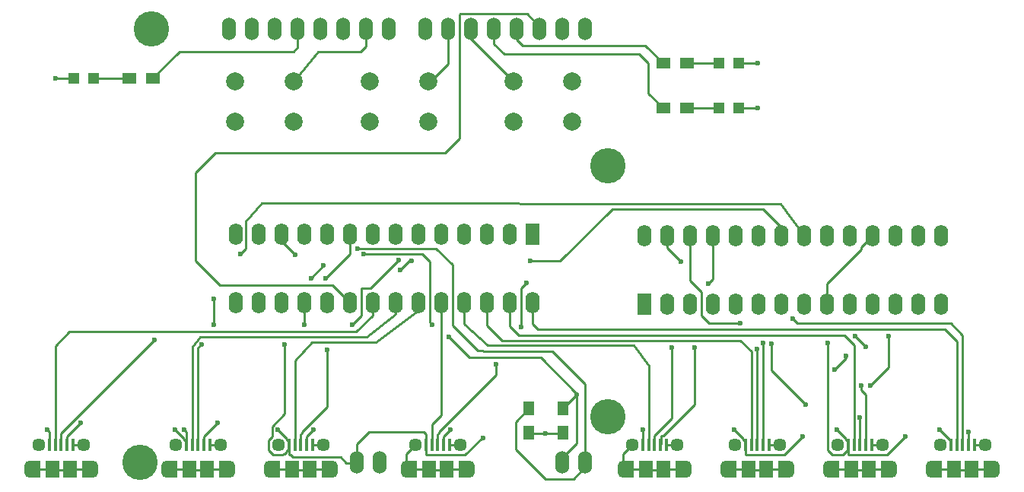
<source format=gbr>
G04 #@! TF.FileFunction,Copper,L1,Top,Signal*
%FSLAX46Y46*%
G04 Gerber Fmt 4.6, Leading zero omitted, Abs format (unit mm)*
G04 Created by KiCad (PCBNEW 4.0.7) date 09/05/17 21:12:23*
%MOMM*%
%LPD*%
G01*
G04 APERTURE LIST*
%ADD10C,0.100000*%
%ADD11O,1.524000X2.540000*%
%ADD12C,3.937000*%
%ADD13R,1.200000X1.200000*%
%ADD14R,1.500000X1.900000*%
%ADD15C,1.450000*%
%ADD16R,0.400000X1.350000*%
%ADD17O,1.200000X1.900000*%
%ADD18R,1.200000X1.900000*%
%ADD19R,1.300000X1.500000*%
%ADD20R,1.500000X1.300000*%
%ADD21C,2.000000*%
%ADD22R,1.600000X2.400000*%
%ADD23O,1.600000X2.400000*%
%ADD24C,0.600000*%
%ADD25C,0.250000*%
G04 APERTURE END LIST*
D10*
D11*
X212001100Y-102463600D03*
X209461100Y-102463600D03*
X189141100Y-102463600D03*
X212001100Y-54203600D03*
X209461100Y-54203600D03*
X206921100Y-54203600D03*
X204381100Y-54203600D03*
X201841100Y-54203600D03*
X199301100Y-54203600D03*
X196761100Y-54203600D03*
X194221100Y-54203600D03*
X190157100Y-54203600D03*
X187617100Y-54203600D03*
X185077100Y-54203600D03*
X182537100Y-54203600D03*
X179997100Y-54203600D03*
X177457100Y-54203600D03*
X174917100Y-54203600D03*
X172377100Y-54203600D03*
X186601100Y-102463600D03*
D12*
X214541100Y-97383600D03*
X214541100Y-69443600D03*
X163741100Y-54203600D03*
X162471100Y-102463600D03*
D13*
X226900000Y-63000000D03*
X229100000Y-63000000D03*
X157310000Y-59690000D03*
X155110000Y-59690000D03*
X226900000Y-58000000D03*
X229100000Y-58000000D03*
D14*
X154670000Y-103220000D03*
D15*
X151170000Y-100520000D03*
D16*
X153020000Y-100520000D03*
X152370000Y-100520000D03*
X154970000Y-100520000D03*
X154320000Y-100520000D03*
X153670000Y-100520000D03*
D15*
X156170000Y-100520000D03*
D14*
X152670000Y-103220000D03*
D17*
X150170000Y-103220000D03*
X157170000Y-103220000D03*
D18*
X156570000Y-103220000D03*
X150770000Y-103220000D03*
D14*
X169910000Y-103220000D03*
D15*
X166410000Y-100520000D03*
D16*
X168260000Y-100520000D03*
X167610000Y-100520000D03*
X170210000Y-100520000D03*
X169560000Y-100520000D03*
X168910000Y-100520000D03*
D15*
X171410000Y-100520000D03*
D14*
X167910000Y-103220000D03*
D17*
X165410000Y-103220000D03*
X172410000Y-103220000D03*
D18*
X171810000Y-103220000D03*
X166010000Y-103220000D03*
D14*
X181340000Y-103220000D03*
D15*
X177840000Y-100520000D03*
D16*
X179690000Y-100520000D03*
X179040000Y-100520000D03*
X181640000Y-100520000D03*
X180990000Y-100520000D03*
X180340000Y-100520000D03*
D15*
X182840000Y-100520000D03*
D14*
X179340000Y-103220000D03*
D17*
X176840000Y-103220000D03*
X183840000Y-103220000D03*
D18*
X183240000Y-103220000D03*
X177440000Y-103220000D03*
D14*
X196580000Y-103220000D03*
D15*
X193080000Y-100520000D03*
D16*
X194930000Y-100520000D03*
X194280000Y-100520000D03*
X196880000Y-100520000D03*
X196230000Y-100520000D03*
X195580000Y-100520000D03*
D15*
X198080000Y-100520000D03*
D14*
X194580000Y-103220000D03*
D17*
X192080000Y-103220000D03*
X199080000Y-103220000D03*
D18*
X198480000Y-103220000D03*
X192680000Y-103220000D03*
D14*
X220710000Y-103220000D03*
D15*
X217210000Y-100520000D03*
D16*
X219060000Y-100520000D03*
X218410000Y-100520000D03*
X221010000Y-100520000D03*
X220360000Y-100520000D03*
X219710000Y-100520000D03*
D15*
X222210000Y-100520000D03*
D14*
X218710000Y-103220000D03*
D17*
X216210000Y-103220000D03*
X223210000Y-103220000D03*
D18*
X222610000Y-103220000D03*
X216810000Y-103220000D03*
D14*
X232140000Y-103220000D03*
D15*
X228640000Y-100520000D03*
D16*
X230490000Y-100520000D03*
X229840000Y-100520000D03*
X232440000Y-100520000D03*
X231790000Y-100520000D03*
X231140000Y-100520000D03*
D15*
X233640000Y-100520000D03*
D14*
X230140000Y-103220000D03*
D17*
X227640000Y-103220000D03*
X234640000Y-103220000D03*
D18*
X234040000Y-103220000D03*
X228240000Y-103220000D03*
D14*
X243570000Y-103220000D03*
D15*
X240070000Y-100520000D03*
D16*
X241920000Y-100520000D03*
X241270000Y-100520000D03*
X243870000Y-100520000D03*
X243220000Y-100520000D03*
X242570000Y-100520000D03*
D15*
X245070000Y-100520000D03*
D14*
X241570000Y-103220000D03*
D17*
X239070000Y-103220000D03*
X246070000Y-103220000D03*
D18*
X245470000Y-103220000D03*
X239670000Y-103220000D03*
D14*
X255000000Y-103220000D03*
D15*
X251500000Y-100520000D03*
D16*
X253350000Y-100520000D03*
X252700000Y-100520000D03*
X255300000Y-100520000D03*
X254650000Y-100520000D03*
X254000000Y-100520000D03*
D15*
X256500000Y-100520000D03*
D14*
X253000000Y-103220000D03*
D17*
X250500000Y-103220000D03*
X257500000Y-103220000D03*
D18*
X256900000Y-103220000D03*
X251100000Y-103220000D03*
D19*
X209550000Y-99140000D03*
X209550000Y-96440000D03*
X205740000Y-99140000D03*
X205740000Y-96440000D03*
D20*
X220650000Y-58000000D03*
X223350000Y-58000000D03*
X220650000Y-63000000D03*
X223350000Y-63000000D03*
X161210000Y-59690000D03*
X163910000Y-59690000D03*
D21*
X204000000Y-64500000D03*
X204000000Y-60000000D03*
X210500000Y-64500000D03*
X210500000Y-60000000D03*
X188000000Y-64500000D03*
X188000000Y-60000000D03*
X194500000Y-64500000D03*
X194500000Y-60000000D03*
X173000000Y-64500000D03*
X173000000Y-60000000D03*
X179500000Y-64500000D03*
X179500000Y-60000000D03*
D22*
X218600000Y-84800000D03*
D23*
X251620000Y-77180000D03*
X221140000Y-84800000D03*
X249080000Y-77180000D03*
X223680000Y-84800000D03*
X246540000Y-77180000D03*
X226220000Y-84800000D03*
X244000000Y-77180000D03*
X228760000Y-84800000D03*
X241460000Y-77180000D03*
X231300000Y-84800000D03*
X238920000Y-77180000D03*
X233840000Y-84800000D03*
X236380000Y-77180000D03*
X236380000Y-84800000D03*
X233840000Y-77180000D03*
X238920000Y-84800000D03*
X231300000Y-77180000D03*
X241460000Y-84800000D03*
X228760000Y-77180000D03*
X244000000Y-84800000D03*
X226220000Y-77180000D03*
X246540000Y-84800000D03*
X223680000Y-77180000D03*
X249080000Y-84800000D03*
X221140000Y-77180000D03*
X251620000Y-84800000D03*
X218600000Y-77180000D03*
D22*
X206100000Y-77000000D03*
D23*
X173080000Y-84620000D03*
X203560000Y-77000000D03*
X175620000Y-84620000D03*
X201020000Y-77000000D03*
X178160000Y-84620000D03*
X198480000Y-77000000D03*
X180700000Y-84620000D03*
X195940000Y-77000000D03*
X183240000Y-84620000D03*
X193400000Y-77000000D03*
X185780000Y-84620000D03*
X190860000Y-77000000D03*
X188320000Y-84620000D03*
X188320000Y-77000000D03*
X190860000Y-84620000D03*
X185780000Y-77000000D03*
X193400000Y-84620000D03*
X183240000Y-77000000D03*
X195940000Y-84620000D03*
X180700000Y-77000000D03*
X198480000Y-84620000D03*
X178160000Y-77000000D03*
X201020000Y-84620000D03*
X175620000Y-77000000D03*
X203560000Y-84620000D03*
X173080000Y-77000000D03*
X206100000Y-84620000D03*
D24*
X231200000Y-58000000D03*
X231200000Y-63000000D03*
X153000000Y-59700000D03*
X207580000Y-99180000D03*
X218430000Y-98800000D03*
X200660000Y-99695000D03*
X183134000Y-81915000D03*
X239014000Y-89154000D03*
X178562000Y-89281000D03*
X180721000Y-87122000D03*
X166370000Y-98806000D03*
X152146000Y-98806000D03*
X247650000Y-99568000D03*
X251460000Y-98806000D03*
X240030000Y-98806000D03*
X236220000Y-99568000D03*
X177800000Y-98806000D03*
X167386000Y-98806000D03*
X228600000Y-98806000D03*
X155829000Y-98044000D03*
X173609000Y-79248000D03*
X164084000Y-88773000D03*
X171069000Y-98044000D03*
X205867000Y-80010000D03*
X192659000Y-80010000D03*
X191389000Y-81026000D03*
X182880000Y-80518000D03*
X181483000Y-81915000D03*
X170688000Y-84201000D03*
X170688000Y-87122000D03*
X169291000Y-89281000D03*
X181737000Y-98806000D03*
X191260000Y-79920000D03*
X186055000Y-87122000D03*
X183261000Y-89916000D03*
X196977000Y-98806000D03*
X202050000Y-91520000D03*
X204851000Y-87376000D03*
X205486000Y-82423000D03*
X224155000Y-89662000D03*
X221615000Y-89662000D03*
X225679000Y-82550000D03*
X231775000Y-89154000D03*
X231130000Y-89810000D03*
X229240000Y-86910000D03*
X242697000Y-93853000D03*
X222620000Y-80080000D03*
X232710000Y-89200000D03*
X236510000Y-96020000D03*
X242570000Y-97430000D03*
X254640000Y-99020000D03*
X243205000Y-89535000D03*
X242062000Y-88392000D03*
X235060000Y-86460000D03*
X196790000Y-88450000D03*
X194950000Y-87090000D03*
X179700000Y-79320000D03*
X187290000Y-79240000D03*
X211074000Y-94869000D03*
X239776000Y-92075000D03*
X241046000Y-90551000D03*
X186660000Y-78610000D03*
X243713000Y-93853000D03*
X245745000Y-88392000D03*
D25*
X223350000Y-63000000D02*
X226900000Y-63000000D01*
X181640000Y-100520000D02*
X182840000Y-100520000D01*
X192080000Y-103220000D02*
X192080000Y-101520000D01*
X192080000Y-101520000D02*
X193080000Y-100520000D01*
X216210000Y-103220000D02*
X216210000Y-101520000D01*
X216210000Y-101520000D02*
X217210000Y-100520000D01*
X227640000Y-103220000D02*
X230140000Y-103220000D01*
X232140000Y-103220000D02*
X234040000Y-103220000D01*
X234040000Y-103220000D02*
X234640000Y-103220000D01*
X239070000Y-103220000D02*
X241570000Y-103220000D01*
X243570000Y-103220000D02*
X245470000Y-103220000D01*
X245470000Y-103220000D02*
X246070000Y-103220000D01*
X255000000Y-103220000D02*
X256900000Y-103220000D01*
X256900000Y-103220000D02*
X257500000Y-103220000D01*
X250500000Y-103220000D02*
X253000000Y-103220000D01*
X220710000Y-103220000D02*
X222610000Y-103220000D01*
X222610000Y-103220000D02*
X223210000Y-103220000D01*
X216210000Y-103220000D02*
X218710000Y-103220000D01*
X196580000Y-103220000D02*
X198480000Y-103220000D01*
X198480000Y-103220000D02*
X199080000Y-103220000D01*
X192080000Y-103220000D02*
X194580000Y-103220000D01*
X181340000Y-103220000D02*
X183240000Y-103220000D01*
X183240000Y-103220000D02*
X183840000Y-103220000D01*
X176840000Y-103220000D02*
X179340000Y-103220000D01*
X169910000Y-103220000D02*
X171810000Y-103220000D01*
X171810000Y-103220000D02*
X172410000Y-103220000D01*
X165410000Y-103220000D02*
X167910000Y-103220000D01*
X154670000Y-103220000D02*
X156570000Y-103220000D01*
X156570000Y-103220000D02*
X157170000Y-103220000D01*
X150170000Y-103220000D02*
X152670000Y-103220000D01*
X230140000Y-103220000D02*
X230124000Y-103251000D01*
X230124000Y-103251000D02*
X232156000Y-103251000D01*
X232156000Y-103251000D02*
X232140000Y-103220000D01*
X220710000Y-103220000D02*
X220726000Y-103251000D01*
X220726000Y-103251000D02*
X218694000Y-103251000D01*
X218694000Y-103251000D02*
X218710000Y-103220000D01*
X196580000Y-103220000D02*
X196596000Y-103251000D01*
X196596000Y-103251000D02*
X194564000Y-103251000D01*
X194564000Y-103251000D02*
X194580000Y-103220000D01*
X253000000Y-103220000D02*
X252984000Y-103251000D01*
X252984000Y-103251000D02*
X255016000Y-103251000D01*
X255016000Y-103251000D02*
X255000000Y-103220000D01*
X169910000Y-103220000D02*
X169926000Y-103251000D01*
X169926000Y-103251000D02*
X167894000Y-103251000D01*
X167894000Y-103251000D02*
X167910000Y-103220000D01*
X154670000Y-103220000D02*
X154686000Y-103251000D01*
X154686000Y-103251000D02*
X152654000Y-103251000D01*
X152654000Y-103251000D02*
X152670000Y-103220000D01*
X241570000Y-103220000D02*
X241554000Y-103251000D01*
X241554000Y-103251000D02*
X243586000Y-103251000D01*
X243586000Y-103251000D02*
X243570000Y-103220000D01*
X181340000Y-103220000D02*
X181356000Y-103251000D01*
X181356000Y-103251000D02*
X179324000Y-103251000D01*
X179324000Y-103251000D02*
X179340000Y-103220000D01*
X181640000Y-100520000D02*
X181610000Y-100457000D01*
X255300000Y-100520000D02*
X255270000Y-100457000D01*
X255270000Y-100457000D02*
X256540000Y-100457000D01*
X256540000Y-100457000D02*
X256500000Y-100520000D01*
X243870000Y-100520000D02*
X243840000Y-100457000D01*
X243840000Y-100457000D02*
X245110000Y-100457000D01*
X245110000Y-100457000D02*
X245070000Y-100520000D01*
X221010000Y-100520000D02*
X220980000Y-100457000D01*
X220980000Y-100457000D02*
X222250000Y-100457000D01*
X222250000Y-100457000D02*
X222210000Y-100520000D01*
X196880000Y-100520000D02*
X196850000Y-100457000D01*
X196850000Y-100457000D02*
X198120000Y-100457000D01*
X198120000Y-100457000D02*
X198080000Y-100520000D01*
X170210000Y-100520000D02*
X170180000Y-100457000D01*
X170180000Y-100457000D02*
X171450000Y-100457000D01*
X171450000Y-100457000D02*
X171410000Y-100520000D01*
X232440000Y-100520000D02*
X232410000Y-100457000D01*
X232410000Y-100457000D02*
X233680000Y-100457000D01*
X233680000Y-100457000D02*
X233640000Y-100520000D01*
X154970000Y-100520000D02*
X154940000Y-100457000D01*
X154940000Y-100457000D02*
X156210000Y-100457000D01*
X156210000Y-100457000D02*
X156170000Y-100520000D01*
X229100000Y-58000000D02*
X231200000Y-58000000D01*
X229100000Y-63000000D02*
X231200000Y-63000000D01*
X155110000Y-59690000D02*
X153010000Y-59690000D01*
X153010000Y-59690000D02*
X153000000Y-59700000D01*
X161210000Y-59690000D02*
X157310000Y-59690000D01*
X223350000Y-58000000D02*
X226900000Y-58000000D01*
X188320000Y-84620000D02*
X188320000Y-86080000D01*
X153020000Y-89480000D02*
X153020000Y-100520000D01*
X154600000Y-87900000D02*
X153020000Y-89480000D01*
X186500000Y-87900000D02*
X154600000Y-87900000D01*
X188320000Y-86080000D02*
X186500000Y-87900000D01*
X194280000Y-100520000D02*
X194280000Y-99300000D01*
X186601100Y-100378900D02*
X186601100Y-102463600D01*
X187930000Y-99050000D02*
X186601100Y-100378900D01*
X194030000Y-99050000D02*
X187930000Y-99050000D01*
X194280000Y-99300000D02*
X194030000Y-99050000D01*
X207587000Y-99187000D02*
X207683000Y-99187000D01*
X207580000Y-99180000D02*
X207587000Y-99187000D01*
X218430000Y-98800000D02*
X218440000Y-99060000D01*
X218440000Y-99060000D02*
X218440000Y-100457000D01*
X200660000Y-99695000D02*
X200533000Y-99695000D01*
X200533000Y-99695000D02*
X198628000Y-101600000D01*
X198628000Y-101600000D02*
X194310000Y-101600000D01*
X194310000Y-100457000D02*
X194310000Y-101600000D01*
X183134000Y-81915000D02*
X185801000Y-79248000D01*
X185801000Y-79248000D02*
X185801000Y-76962000D01*
X185801000Y-76962000D02*
X185780000Y-77000000D01*
X244000000Y-77180000D02*
X243967000Y-77216000D01*
X243967000Y-77216000D02*
X242697000Y-78486000D01*
X242697000Y-78486000D02*
X242697000Y-78740000D01*
X242697000Y-78740000D02*
X238887000Y-82550000D01*
X238887000Y-82550000D02*
X238887000Y-84836000D01*
X238887000Y-84836000D02*
X238920000Y-84800000D01*
X218410000Y-100520000D02*
X218440000Y-100457000D01*
X218440000Y-100457000D02*
X218313000Y-100330000D01*
X218313000Y-100330000D02*
X218313000Y-100076000D01*
X194310000Y-100457000D02*
X194280000Y-100520000D01*
X239014000Y-89154000D02*
X239014000Y-101092000D01*
X239014000Y-101092000D02*
X239522000Y-101600000D01*
X239522000Y-101600000D02*
X240665000Y-101600000D01*
X240665000Y-101600000D02*
X241300000Y-100965000D01*
X241300000Y-100965000D02*
X241300000Y-100457000D01*
X241300000Y-100457000D02*
X241270000Y-100520000D01*
X179040000Y-100520000D02*
X179070000Y-100457000D01*
X179070000Y-100457000D02*
X178943000Y-100584000D01*
X178943000Y-100584000D02*
X178943000Y-100965000D01*
X178943000Y-100965000D02*
X178816000Y-101092000D01*
X178816000Y-101092000D02*
X178816000Y-101219000D01*
X178816000Y-101219000D02*
X178562000Y-101473000D01*
X178562000Y-101473000D02*
X178435000Y-101473000D01*
X178435000Y-101473000D02*
X178308000Y-101600000D01*
X178308000Y-101600000D02*
X177292000Y-101600000D01*
X177292000Y-101600000D02*
X176784000Y-101092000D01*
X176784000Y-101092000D02*
X176784000Y-99949000D01*
X176784000Y-99949000D02*
X177165000Y-99568000D01*
X177165000Y-99568000D02*
X177165000Y-98425000D01*
X177165000Y-98425000D02*
X178562000Y-97028000D01*
X178562000Y-97028000D02*
X178562000Y-89281000D01*
X180721000Y-87122000D02*
X180721000Y-84582000D01*
X180721000Y-84582000D02*
X180700000Y-84620000D01*
X167610000Y-100520000D02*
X167640000Y-100457000D01*
X167640000Y-100457000D02*
X167513000Y-100330000D01*
X167513000Y-100330000D02*
X167513000Y-100076000D01*
X167513000Y-100076000D02*
X167386000Y-99949000D01*
X167386000Y-99949000D02*
X167386000Y-99822000D01*
X167386000Y-99822000D02*
X166370000Y-98806000D01*
X152146000Y-98806000D02*
X152400000Y-99060000D01*
X152400000Y-99060000D02*
X152400000Y-100457000D01*
X152400000Y-100457000D02*
X152370000Y-100520000D01*
X194280000Y-100520000D02*
X194310000Y-100457000D01*
X194310000Y-100457000D02*
X194183000Y-100330000D01*
X194183000Y-100330000D02*
X194183000Y-100076000D01*
X186601100Y-102463600D02*
X186563000Y-102489000D01*
X186563000Y-102489000D02*
X185420000Y-102489000D01*
X185420000Y-102489000D02*
X184785000Y-101854000D01*
X184785000Y-101854000D02*
X179451000Y-101854000D01*
X179451000Y-101854000D02*
X179197000Y-101600000D01*
X179197000Y-101600000D02*
X179070000Y-101600000D01*
X179070000Y-101600000D02*
X179070000Y-100457000D01*
X179070000Y-100457000D02*
X179040000Y-100520000D01*
X241270000Y-100520000D02*
X241300000Y-100457000D01*
X241300000Y-100457000D02*
X241300000Y-101600000D01*
X241300000Y-101600000D02*
X245618000Y-101600000D01*
X245618000Y-101600000D02*
X247650000Y-99568000D01*
X251460000Y-98806000D02*
X252730000Y-100076000D01*
X252730000Y-100076000D02*
X252730000Y-100457000D01*
X252730000Y-100457000D02*
X252700000Y-100520000D01*
X241270000Y-100520000D02*
X241300000Y-100457000D01*
X241300000Y-100457000D02*
X241173000Y-100330000D01*
X241173000Y-100330000D02*
X241173000Y-100076000D01*
X241173000Y-100076000D02*
X241046000Y-99949000D01*
X241046000Y-99949000D02*
X241046000Y-99822000D01*
X241046000Y-99822000D02*
X240030000Y-98806000D01*
X236220000Y-99568000D02*
X234188000Y-101600000D01*
X234188000Y-101600000D02*
X229870000Y-101600000D01*
X229870000Y-101600000D02*
X229870000Y-100457000D01*
X229870000Y-100457000D02*
X229840000Y-100520000D01*
X179040000Y-100520000D02*
X179070000Y-100457000D01*
X179070000Y-100457000D02*
X178943000Y-100330000D01*
X178943000Y-100330000D02*
X178943000Y-100076000D01*
X178943000Y-100076000D02*
X178816000Y-99949000D01*
X178816000Y-99949000D02*
X178816000Y-99822000D01*
X178816000Y-99822000D02*
X177800000Y-98806000D01*
X167386000Y-98806000D02*
X167640000Y-99060000D01*
X167640000Y-99060000D02*
X167640000Y-100457000D01*
X167640000Y-100457000D02*
X167610000Y-100520000D01*
X229840000Y-100520000D02*
X229870000Y-100457000D01*
X229870000Y-100457000D02*
X229743000Y-100330000D01*
X229743000Y-100330000D02*
X229743000Y-100076000D01*
X229743000Y-100076000D02*
X229616000Y-99949000D01*
X229616000Y-99822000D02*
X228600000Y-98806000D01*
X229616000Y-99949000D02*
X229616000Y-99822000D01*
X218440000Y-100457000D02*
X218410000Y-100520000D01*
X209550000Y-99140000D02*
X209550000Y-99187000D01*
X209550000Y-99187000D02*
X207683000Y-99187000D01*
X207683000Y-99187000D02*
X205740000Y-99187000D01*
X205740000Y-99187000D02*
X205740000Y-99140000D01*
X155829000Y-98044000D02*
X154305000Y-99568000D01*
X154305000Y-99568000D02*
X154305000Y-100457000D01*
X154305000Y-100457000D02*
X154320000Y-100520000D01*
X175960036Y-73599257D02*
X233754500Y-73650000D01*
X233754500Y-73650000D02*
X236380000Y-77180000D01*
X175965536Y-73593757D02*
X175960036Y-73599257D01*
X175960036Y-73599257D02*
X174244000Y-75565000D01*
X174244000Y-75565000D02*
X174244000Y-78613000D01*
X174244000Y-78613000D02*
X173609000Y-79248000D01*
X164084000Y-88773000D02*
X153670000Y-99187000D01*
X153670000Y-99187000D02*
X153670000Y-100520000D01*
X190860000Y-84620000D02*
X190860000Y-85940000D01*
X168260000Y-89540000D02*
X168260000Y-100520000D01*
X169100000Y-88500000D02*
X168260000Y-89540000D01*
X187700000Y-88500000D02*
X169100000Y-88500000D01*
X190860000Y-85940000D02*
X187700000Y-88500000D01*
X171069000Y-98044000D02*
X169545000Y-99568000D01*
X169545000Y-99568000D02*
X169545000Y-100457000D01*
X169545000Y-100457000D02*
X169560000Y-100520000D01*
X233840000Y-77180000D02*
X233840000Y-76300000D01*
X233840000Y-76300000D02*
X231750000Y-74210000D01*
X209180000Y-80010000D02*
X205867000Y-80010000D01*
X214980000Y-74210000D02*
X209180000Y-80010000D01*
X231750000Y-74210000D02*
X214980000Y-74210000D01*
X192659000Y-80010000D02*
X192405000Y-80010000D01*
X192405000Y-80010000D02*
X191389000Y-81026000D01*
X182880000Y-80518000D02*
X181483000Y-81915000D01*
X170688000Y-84201000D02*
X170688000Y-87122000D01*
X169291000Y-89281000D02*
X168910000Y-89662000D01*
X168910000Y-89662000D02*
X168910000Y-100520000D01*
X193400000Y-84620000D02*
X193400000Y-85500000D01*
X193400000Y-85500000D02*
X188700000Y-89100000D01*
X188700000Y-89100000D02*
X181540000Y-89100000D01*
X181540000Y-89100000D02*
X179690000Y-91110000D01*
X179690000Y-91110000D02*
X179690000Y-100520000D01*
X181737000Y-98806000D02*
X180975000Y-99568000D01*
X180975000Y-99568000D02*
X180975000Y-100457000D01*
X180975000Y-100457000D02*
X180990000Y-100520000D01*
X180340000Y-100520000D02*
X180340000Y-99314000D01*
X188087000Y-83058000D02*
X191260000Y-79920000D01*
X187071000Y-83058000D02*
X188087000Y-83058000D01*
X187071000Y-86106000D02*
X187071000Y-83058000D01*
X186055000Y-87122000D02*
X187071000Y-86106000D01*
X183261000Y-96266000D02*
X183261000Y-89916000D01*
X180467000Y-99060000D02*
X183261000Y-96266000D01*
X180467000Y-99187000D02*
X180467000Y-99060000D01*
X180340000Y-99314000D02*
X180467000Y-99187000D01*
X195940000Y-84620000D02*
X195940000Y-97160000D01*
X194930000Y-98170000D02*
X194930000Y-100520000D01*
X195940000Y-97160000D02*
X194930000Y-98170000D01*
X196977000Y-98806000D02*
X196215000Y-99568000D01*
X196215000Y-99568000D02*
X196215000Y-100457000D01*
X196215000Y-100457000D02*
X196230000Y-100520000D01*
X202057000Y-92710000D02*
X202050000Y-91520000D01*
X195580000Y-100520000D02*
X195580000Y-99314000D01*
X195580000Y-99314000D02*
X195707000Y-99187000D01*
X195707000Y-99187000D02*
X195707000Y-99060000D01*
X195707000Y-99060000D02*
X202057000Y-92710000D01*
X204851000Y-87376000D02*
X204851000Y-83058000D01*
X204851000Y-83058000D02*
X205486000Y-82423000D01*
X198480000Y-84230000D02*
X198480000Y-86990000D01*
X219060000Y-91660000D02*
X219060000Y-100520000D01*
X217400000Y-89400000D02*
X219060000Y-91660000D01*
X201100000Y-89400000D02*
X217400000Y-89400000D01*
X198480000Y-86990000D02*
X201100000Y-89400000D01*
X220360000Y-100520000D02*
X220345000Y-100457000D01*
X220345000Y-100457000D02*
X220472000Y-100330000D01*
X220472000Y-100330000D02*
X220472000Y-99441000D01*
X220472000Y-99441000D02*
X220726000Y-99441000D01*
X220726000Y-99441000D02*
X224155000Y-96012000D01*
X224155000Y-96012000D02*
X224155000Y-89662000D01*
X219710000Y-100520000D02*
X219710000Y-99441000D01*
X219710000Y-99441000D02*
X221615000Y-97536000D01*
X221615000Y-97536000D02*
X221615000Y-89662000D01*
X225679000Y-82550000D02*
X226187000Y-82042000D01*
X226187000Y-82042000D02*
X226187000Y-77216000D01*
X226187000Y-77216000D02*
X226220000Y-77180000D01*
X201020000Y-84620000D02*
X201020000Y-87180000D01*
X230490000Y-90090000D02*
X230490000Y-100520000D01*
X229260000Y-88860000D02*
X230490000Y-90090000D01*
X202700000Y-88860000D02*
X229260000Y-88860000D01*
X201020000Y-87180000D02*
X202700000Y-88860000D01*
X231775000Y-89154000D02*
X231775000Y-100457000D01*
X231775000Y-100457000D02*
X231790000Y-100520000D01*
X223680000Y-77180000D02*
X223680000Y-82210000D01*
X231140000Y-89820000D02*
X231140000Y-100520000D01*
X231130000Y-89810000D02*
X231140000Y-89820000D01*
X225730000Y-86910000D02*
X229240000Y-86910000D01*
X224920000Y-86100000D02*
X225730000Y-86910000D01*
X224920000Y-83450000D02*
X224920000Y-86100000D01*
X223680000Y-82210000D02*
X224920000Y-83450000D01*
X203560000Y-84620000D02*
X203560000Y-87260000D01*
X241920000Y-89420000D02*
X241920000Y-100520000D01*
X240800000Y-88300000D02*
X241920000Y-89420000D01*
X204600000Y-88300000D02*
X240800000Y-88300000D01*
X203560000Y-87260000D02*
X204600000Y-88300000D01*
X243220000Y-100520000D02*
X243205000Y-100457000D01*
X243205000Y-100457000D02*
X243198000Y-94938000D01*
X243198000Y-94938000D02*
X242690000Y-94430000D01*
X242690000Y-94430000D02*
X242697000Y-93853000D01*
X242570000Y-100520000D02*
X242570000Y-97430000D01*
X221140000Y-78600000D02*
X221140000Y-77180000D01*
X222620000Y-80080000D02*
X221140000Y-78600000D01*
X232710000Y-92220000D02*
X232710000Y-89200000D01*
X236510000Y-96020000D02*
X232710000Y-92220000D01*
X206100000Y-84620000D02*
X206100000Y-87000000D01*
X253350000Y-88950000D02*
X253350000Y-100520000D01*
X252000000Y-87600000D02*
X253350000Y-88950000D01*
X206700000Y-87600000D02*
X252000000Y-87600000D01*
X206100000Y-87000000D02*
X206700000Y-87600000D01*
X254650000Y-100520000D02*
X254635000Y-100457000D01*
X254635000Y-100457000D02*
X254635000Y-99441000D01*
X254635000Y-99441000D02*
X254640000Y-99147000D01*
X254640000Y-99147000D02*
X254640000Y-99020000D01*
X243205000Y-89535000D02*
X242062000Y-88392000D01*
X254000000Y-88310000D02*
X254000000Y-100520000D01*
X252660000Y-86970000D02*
X254000000Y-88310000D01*
X235570000Y-86970000D02*
X252660000Y-86970000D01*
X235060000Y-86460000D02*
X235570000Y-86970000D01*
X254000000Y-100520000D02*
X254000000Y-97470000D01*
X254000000Y-97470000D02*
X253990000Y-97460000D01*
X218600000Y-77180000D02*
X218567000Y-77216000D01*
X193810000Y-79220000D02*
X187310000Y-79220000D01*
X211074000Y-94794000D02*
X207060000Y-90780000D01*
X207060000Y-90780000D02*
X199120000Y-90780000D01*
X199120000Y-90780000D02*
X196790000Y-88450000D01*
X194950000Y-87090000D02*
X194690000Y-86830000D01*
X194690000Y-86830000D02*
X194690000Y-80100000D01*
X194690000Y-80100000D02*
X193810000Y-79220000D01*
X211074000Y-94869000D02*
X211074000Y-94794000D01*
X179700000Y-79320000D02*
X178160000Y-77780000D01*
X187310000Y-79220000D02*
X187290000Y-79240000D01*
X178160000Y-77780000D02*
X178160000Y-77000000D01*
X209461100Y-102463600D02*
X209461100Y-101908900D01*
X209461100Y-101908900D02*
X211074000Y-100296000D01*
X211074000Y-100296000D02*
X211074000Y-94869000D01*
X178160000Y-77000000D02*
X178181000Y-76962000D01*
X209550000Y-96393000D02*
X209550000Y-96440000D01*
X209550000Y-96440000D02*
X209550000Y-96393000D01*
X209550000Y-96393000D02*
X211074000Y-94869000D01*
X239776000Y-92075000D02*
X241046000Y-90805000D01*
X241046000Y-90805000D02*
X241046000Y-90551000D01*
X209550000Y-96440000D02*
X209550000Y-96393000D01*
X209423000Y-102489000D02*
X209461100Y-102463600D01*
X212001100Y-102463600D02*
X212001100Y-102978900D01*
X212001100Y-102978900D02*
X210700000Y-104280000D01*
X204240000Y-97940000D02*
X205740000Y-96440000D01*
X204240000Y-100980000D02*
X204240000Y-97940000D01*
X207540000Y-104280000D02*
X204240000Y-100980000D01*
X210700000Y-104280000D02*
X207540000Y-104280000D01*
X212001100Y-102463600D02*
X212001100Y-93721100D01*
X195390000Y-78610000D02*
X186660000Y-78610000D01*
X197210000Y-80430000D02*
X195390000Y-78610000D01*
X197210000Y-87190000D02*
X197210000Y-80430000D01*
X200040000Y-90020000D02*
X197210000Y-87190000D01*
X200660000Y-90020000D02*
X200040000Y-90020000D01*
X200600000Y-90080000D02*
X200660000Y-90020000D01*
X208360000Y-90080000D02*
X200600000Y-90080000D01*
X212001100Y-93721100D02*
X208360000Y-90080000D01*
X205740000Y-96440000D02*
X205740000Y-96393000D01*
X243713000Y-93853000D02*
X245745000Y-91821000D01*
X245745000Y-91821000D02*
X245745000Y-88392000D01*
X212001100Y-102463600D02*
X211963000Y-102489000D01*
X205740000Y-96393000D02*
X205740000Y-96440000D01*
X204381100Y-54203600D02*
X204381100Y-55381100D01*
X204381100Y-55381100D02*
X205000000Y-56000000D01*
X205000000Y-56000000D02*
X218650000Y-56000000D01*
X218650000Y-56000000D02*
X220650000Y-58000000D01*
X201841100Y-54203600D02*
X201841100Y-55841100D01*
X219000000Y-61350000D02*
X220650000Y-63000000D01*
X219000000Y-58000000D02*
X219000000Y-61350000D01*
X218000000Y-57000000D02*
X219000000Y-58000000D01*
X203000000Y-57000000D02*
X218000000Y-57000000D01*
X201841100Y-55841100D02*
X203000000Y-57000000D01*
X179997100Y-54203600D02*
X179997100Y-56202900D01*
X166800000Y-56700000D02*
X163910000Y-59590000D01*
X179500000Y-56700000D02*
X166800000Y-56700000D01*
X179997100Y-56202900D02*
X179500000Y-56700000D01*
X163910000Y-59590000D02*
X163910000Y-59690000D01*
X206921100Y-54203600D02*
X206921100Y-53921100D01*
X206921100Y-53921100D02*
X205500000Y-52500000D01*
X205500000Y-52500000D02*
X198100000Y-52500000D01*
X198100000Y-52500000D02*
X198000000Y-52600000D01*
X198000000Y-52600000D02*
X198000000Y-66400000D01*
X198000000Y-66400000D02*
X196400000Y-68000000D01*
X196400000Y-68000000D02*
X170800000Y-68000000D01*
X170800000Y-68000000D02*
X168600000Y-70200000D01*
X168600000Y-70200000D02*
X168600000Y-80000000D01*
X168600000Y-80000000D02*
X171300000Y-82700000D01*
X171300000Y-82700000D02*
X183860000Y-82700000D01*
X183860000Y-82700000D02*
X185780000Y-84620000D01*
X199301100Y-54203600D02*
X199301100Y-55301100D01*
X199301100Y-55301100D02*
X204000000Y-60000000D01*
X196761100Y-54203600D02*
X196761100Y-58038900D01*
X196761100Y-58038900D02*
X194800000Y-60000000D01*
X194800000Y-60000000D02*
X194500000Y-60000000D01*
X187617100Y-54203600D02*
X187617100Y-56082900D01*
X182210000Y-56700000D02*
X179500000Y-60000000D01*
X187000000Y-56700000D02*
X182210000Y-56700000D01*
X187617100Y-56082900D02*
X187000000Y-56700000D01*
M02*

</source>
